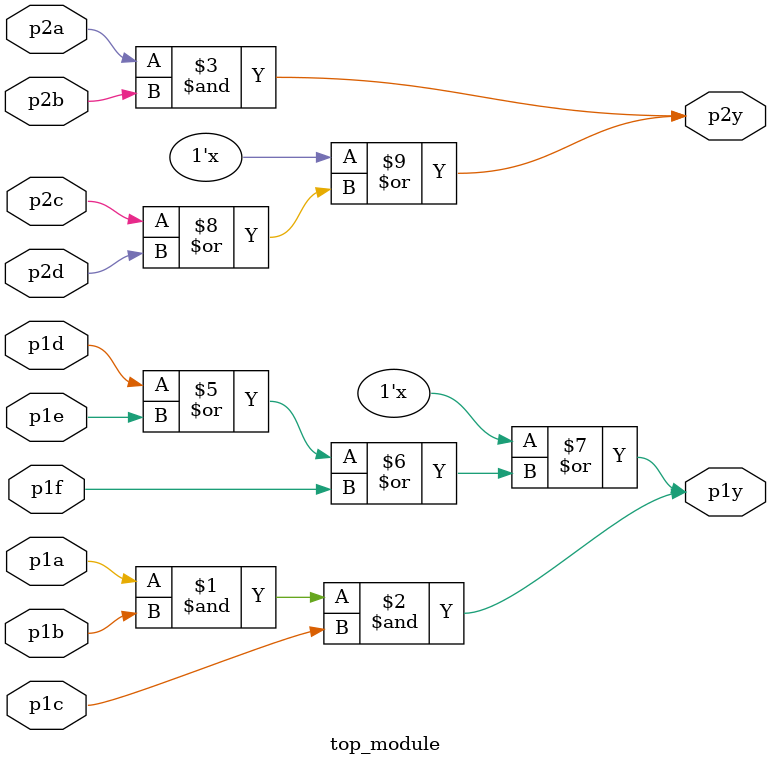
<source format=sv>
module top_module(
    input p1a, 
    input p1b, 
    input p1c, 
    input p1d,
    input p1e,
    input p1f,
    output p1y, 
    input p2a, 
    input p2b, 
    input p2c, 
    input p2d, 
    output p2y
);
    
    // p1y is the result of a logical AND operation on p1a, p1b, and p1c
    assign p1y = p1a & p1b & p1c;
    
    // p2y is the result of a logical AND operation on p2a and p2b
    assign p2y = p2a & p2b;
    
    // Perform logical OR operations to determine p1y and p2y
    always @*
    begin
        p1y = p1y | (p1d | p1e | p1f);
        p2y = p2y | (p2c | p2d);
    end
    
endmodule

</source>
